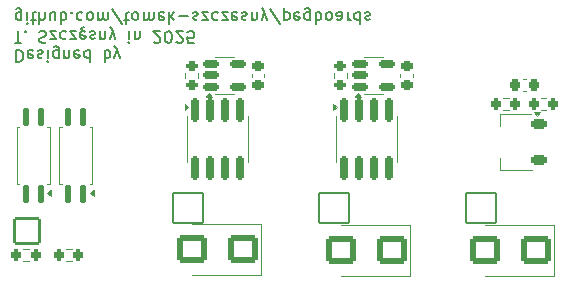
<source format=gbr>
%TF.GenerationSoftware,KiCad,Pcbnew,8.0.8*%
%TF.CreationDate,2025-03-09T17:27:28+01:00*%
%TF.ProjectId,02-dual-high-current-switch,30322d64-7561-46c2-9d68-6967682d6375,rev?*%
%TF.SameCoordinates,Original*%
%TF.FileFunction,Legend,Bot*%
%TF.FilePolarity,Positive*%
%FSLAX46Y46*%
G04 Gerber Fmt 4.6, Leading zero omitted, Abs format (unit mm)*
G04 Created by KiCad (PCBNEW 8.0.8) date 2025-03-09 17:27:28*
%MOMM*%
%LPD*%
G01*
G04 APERTURE LIST*
G04 Aperture macros list*
%AMRoundRect*
0 Rectangle with rounded corners*
0 $1 Rounding radius*
0 $2 $3 $4 $5 $6 $7 $8 $9 X,Y pos of 4 corners*
0 Add a 4 corners polygon primitive as box body*
4,1,4,$2,$3,$4,$5,$6,$7,$8,$9,$2,$3,0*
0 Add four circle primitives for the rounded corners*
1,1,$1+$1,$2,$3*
1,1,$1+$1,$4,$5*
1,1,$1+$1,$6,$7*
1,1,$1+$1,$8,$9*
0 Add four rect primitives between the rounded corners*
20,1,$1+$1,$2,$3,$4,$5,0*
20,1,$1+$1,$4,$5,$6,$7,0*
20,1,$1+$1,$6,$7,$8,$9,0*
20,1,$1+$1,$8,$9,$2,$3,0*%
%AMFreePoly0*
4,1,9,3.862500,-0.866500,0.737500,-0.866500,0.737500,-0.450000,-0.737500,-0.450000,-0.737500,0.450000,0.737500,0.450000,0.737500,0.866500,3.862500,0.866500,3.862500,-0.866500,3.862500,-0.866500,$1*%
G04 Aperture macros list end*
%ADD10C,0.200000*%
%ADD11C,0.120000*%
%ADD12RoundRect,0.102000X-1.275000X-1.275000X1.275000X-1.275000X1.275000X1.275000X-1.275000X1.275000X0*%
%ADD13C,2.754000*%
%ADD14RoundRect,0.102000X-1.050000X-1.050000X1.050000X-1.050000X1.050000X1.050000X-1.050000X1.050000X0*%
%ADD15C,2.304000*%
%ADD16C,5.600000*%
%ADD17RoundRect,0.200000X-0.200000X-0.275000X0.200000X-0.275000X0.200000X0.275000X-0.200000X0.275000X0*%
%ADD18RoundRect,0.250000X1.000000X0.900000X-1.000000X0.900000X-1.000000X-0.900000X1.000000X-0.900000X0*%
%ADD19RoundRect,0.200000X-0.275000X0.200000X-0.275000X-0.200000X0.275000X-0.200000X0.275000X0.200000X0*%
%ADD20RoundRect,0.137500X0.137500X-0.662500X0.137500X0.662500X-0.137500X0.662500X-0.137500X-0.662500X0*%
%ADD21RoundRect,0.150000X-0.150000X0.825000X-0.150000X-0.825000X0.150000X-0.825000X0.150000X0.825000X0*%
%ADD22RoundRect,0.150000X-0.512500X-0.150000X0.512500X-0.150000X0.512500X0.150000X-0.512500X0.150000X0*%
%ADD23RoundRect,0.225000X0.425000X0.225000X-0.425000X0.225000X-0.425000X-0.225000X0.425000X-0.225000X0*%
%ADD24FreePoly0,180.000000*%
%ADD25RoundRect,0.225000X0.225000X0.250000X-0.225000X0.250000X-0.225000X-0.250000X0.225000X-0.250000X0*%
%ADD26RoundRect,0.225000X0.250000X-0.225000X0.250000X0.225000X-0.250000X0.225000X-0.250000X-0.225000X0*%
G04 APERTURE END LIST*
D10*
X167469673Y-119352668D02*
X167469673Y-120352668D01*
X167469673Y-120352668D02*
X167707768Y-120352668D01*
X167707768Y-120352668D02*
X167850625Y-120305049D01*
X167850625Y-120305049D02*
X167945863Y-120209811D01*
X167945863Y-120209811D02*
X167993482Y-120114573D01*
X167993482Y-120114573D02*
X168041101Y-119924097D01*
X168041101Y-119924097D02*
X168041101Y-119781240D01*
X168041101Y-119781240D02*
X167993482Y-119590764D01*
X167993482Y-119590764D02*
X167945863Y-119495526D01*
X167945863Y-119495526D02*
X167850625Y-119400288D01*
X167850625Y-119400288D02*
X167707768Y-119352668D01*
X167707768Y-119352668D02*
X167469673Y-119352668D01*
X168850625Y-119400288D02*
X168755387Y-119352668D01*
X168755387Y-119352668D02*
X168564911Y-119352668D01*
X168564911Y-119352668D02*
X168469673Y-119400288D01*
X168469673Y-119400288D02*
X168422054Y-119495526D01*
X168422054Y-119495526D02*
X168422054Y-119876478D01*
X168422054Y-119876478D02*
X168469673Y-119971716D01*
X168469673Y-119971716D02*
X168564911Y-120019335D01*
X168564911Y-120019335D02*
X168755387Y-120019335D01*
X168755387Y-120019335D02*
X168850625Y-119971716D01*
X168850625Y-119971716D02*
X168898244Y-119876478D01*
X168898244Y-119876478D02*
X168898244Y-119781240D01*
X168898244Y-119781240D02*
X168422054Y-119686002D01*
X169279197Y-119400288D02*
X169374435Y-119352668D01*
X169374435Y-119352668D02*
X169564911Y-119352668D01*
X169564911Y-119352668D02*
X169660149Y-119400288D01*
X169660149Y-119400288D02*
X169707768Y-119495526D01*
X169707768Y-119495526D02*
X169707768Y-119543145D01*
X169707768Y-119543145D02*
X169660149Y-119638383D01*
X169660149Y-119638383D02*
X169564911Y-119686002D01*
X169564911Y-119686002D02*
X169422054Y-119686002D01*
X169422054Y-119686002D02*
X169326816Y-119733621D01*
X169326816Y-119733621D02*
X169279197Y-119828859D01*
X169279197Y-119828859D02*
X169279197Y-119876478D01*
X169279197Y-119876478D02*
X169326816Y-119971716D01*
X169326816Y-119971716D02*
X169422054Y-120019335D01*
X169422054Y-120019335D02*
X169564911Y-120019335D01*
X169564911Y-120019335D02*
X169660149Y-119971716D01*
X170136340Y-119352668D02*
X170136340Y-120019335D01*
X170136340Y-120352668D02*
X170088721Y-120305049D01*
X170088721Y-120305049D02*
X170136340Y-120257430D01*
X170136340Y-120257430D02*
X170183959Y-120305049D01*
X170183959Y-120305049D02*
X170136340Y-120352668D01*
X170136340Y-120352668D02*
X170136340Y-120257430D01*
X171041101Y-120019335D02*
X171041101Y-119209811D01*
X171041101Y-119209811D02*
X170993482Y-119114573D01*
X170993482Y-119114573D02*
X170945863Y-119066954D01*
X170945863Y-119066954D02*
X170850625Y-119019335D01*
X170850625Y-119019335D02*
X170707768Y-119019335D01*
X170707768Y-119019335D02*
X170612530Y-119066954D01*
X171041101Y-119400288D02*
X170945863Y-119352668D01*
X170945863Y-119352668D02*
X170755387Y-119352668D01*
X170755387Y-119352668D02*
X170660149Y-119400288D01*
X170660149Y-119400288D02*
X170612530Y-119447907D01*
X170612530Y-119447907D02*
X170564911Y-119543145D01*
X170564911Y-119543145D02*
X170564911Y-119828859D01*
X170564911Y-119828859D02*
X170612530Y-119924097D01*
X170612530Y-119924097D02*
X170660149Y-119971716D01*
X170660149Y-119971716D02*
X170755387Y-120019335D01*
X170755387Y-120019335D02*
X170945863Y-120019335D01*
X170945863Y-120019335D02*
X171041101Y-119971716D01*
X171517292Y-120019335D02*
X171517292Y-119352668D01*
X171517292Y-119924097D02*
X171564911Y-119971716D01*
X171564911Y-119971716D02*
X171660149Y-120019335D01*
X171660149Y-120019335D02*
X171803006Y-120019335D01*
X171803006Y-120019335D02*
X171898244Y-119971716D01*
X171898244Y-119971716D02*
X171945863Y-119876478D01*
X171945863Y-119876478D02*
X171945863Y-119352668D01*
X172803006Y-119400288D02*
X172707768Y-119352668D01*
X172707768Y-119352668D02*
X172517292Y-119352668D01*
X172517292Y-119352668D02*
X172422054Y-119400288D01*
X172422054Y-119400288D02*
X172374435Y-119495526D01*
X172374435Y-119495526D02*
X172374435Y-119876478D01*
X172374435Y-119876478D02*
X172422054Y-119971716D01*
X172422054Y-119971716D02*
X172517292Y-120019335D01*
X172517292Y-120019335D02*
X172707768Y-120019335D01*
X172707768Y-120019335D02*
X172803006Y-119971716D01*
X172803006Y-119971716D02*
X172850625Y-119876478D01*
X172850625Y-119876478D02*
X172850625Y-119781240D01*
X172850625Y-119781240D02*
X172374435Y-119686002D01*
X173707768Y-119352668D02*
X173707768Y-120352668D01*
X173707768Y-119400288D02*
X173612530Y-119352668D01*
X173612530Y-119352668D02*
X173422054Y-119352668D01*
X173422054Y-119352668D02*
X173326816Y-119400288D01*
X173326816Y-119400288D02*
X173279197Y-119447907D01*
X173279197Y-119447907D02*
X173231578Y-119543145D01*
X173231578Y-119543145D02*
X173231578Y-119828859D01*
X173231578Y-119828859D02*
X173279197Y-119924097D01*
X173279197Y-119924097D02*
X173326816Y-119971716D01*
X173326816Y-119971716D02*
X173422054Y-120019335D01*
X173422054Y-120019335D02*
X173612530Y-120019335D01*
X173612530Y-120019335D02*
X173707768Y-119971716D01*
X174945864Y-119352668D02*
X174945864Y-120352668D01*
X174945864Y-119971716D02*
X175041102Y-120019335D01*
X175041102Y-120019335D02*
X175231578Y-120019335D01*
X175231578Y-120019335D02*
X175326816Y-119971716D01*
X175326816Y-119971716D02*
X175374435Y-119924097D01*
X175374435Y-119924097D02*
X175422054Y-119828859D01*
X175422054Y-119828859D02*
X175422054Y-119543145D01*
X175422054Y-119543145D02*
X175374435Y-119447907D01*
X175374435Y-119447907D02*
X175326816Y-119400288D01*
X175326816Y-119400288D02*
X175231578Y-119352668D01*
X175231578Y-119352668D02*
X175041102Y-119352668D01*
X175041102Y-119352668D02*
X174945864Y-119400288D01*
X175755388Y-120019335D02*
X175993483Y-119352668D01*
X176231578Y-120019335D02*
X175993483Y-119352668D01*
X175993483Y-119352668D02*
X175898245Y-119114573D01*
X175898245Y-119114573D02*
X175850626Y-119066954D01*
X175850626Y-119066954D02*
X175755388Y-119019335D01*
X167326816Y-118742724D02*
X167898244Y-118742724D01*
X167612530Y-117742724D02*
X167612530Y-118742724D01*
X168231578Y-117837963D02*
X168279197Y-117790344D01*
X168279197Y-117790344D02*
X168231578Y-117742724D01*
X168231578Y-117742724D02*
X168183959Y-117790344D01*
X168183959Y-117790344D02*
X168231578Y-117837963D01*
X168231578Y-117837963D02*
X168231578Y-117742724D01*
X169422054Y-117790344D02*
X169564911Y-117742724D01*
X169564911Y-117742724D02*
X169803006Y-117742724D01*
X169803006Y-117742724D02*
X169898244Y-117790344D01*
X169898244Y-117790344D02*
X169945863Y-117837963D01*
X169945863Y-117837963D02*
X169993482Y-117933201D01*
X169993482Y-117933201D02*
X169993482Y-118028439D01*
X169993482Y-118028439D02*
X169945863Y-118123677D01*
X169945863Y-118123677D02*
X169898244Y-118171296D01*
X169898244Y-118171296D02*
X169803006Y-118218915D01*
X169803006Y-118218915D02*
X169612530Y-118266534D01*
X169612530Y-118266534D02*
X169517292Y-118314153D01*
X169517292Y-118314153D02*
X169469673Y-118361772D01*
X169469673Y-118361772D02*
X169422054Y-118457010D01*
X169422054Y-118457010D02*
X169422054Y-118552248D01*
X169422054Y-118552248D02*
X169469673Y-118647486D01*
X169469673Y-118647486D02*
X169517292Y-118695105D01*
X169517292Y-118695105D02*
X169612530Y-118742724D01*
X169612530Y-118742724D02*
X169850625Y-118742724D01*
X169850625Y-118742724D02*
X169993482Y-118695105D01*
X170326816Y-118409391D02*
X170850625Y-118409391D01*
X170850625Y-118409391D02*
X170326816Y-117742724D01*
X170326816Y-117742724D02*
X170850625Y-117742724D01*
X171660149Y-117790344D02*
X171564911Y-117742724D01*
X171564911Y-117742724D02*
X171374435Y-117742724D01*
X171374435Y-117742724D02*
X171279197Y-117790344D01*
X171279197Y-117790344D02*
X171231578Y-117837963D01*
X171231578Y-117837963D02*
X171183959Y-117933201D01*
X171183959Y-117933201D02*
X171183959Y-118218915D01*
X171183959Y-118218915D02*
X171231578Y-118314153D01*
X171231578Y-118314153D02*
X171279197Y-118361772D01*
X171279197Y-118361772D02*
X171374435Y-118409391D01*
X171374435Y-118409391D02*
X171564911Y-118409391D01*
X171564911Y-118409391D02*
X171660149Y-118361772D01*
X171993483Y-118409391D02*
X172517292Y-118409391D01*
X172517292Y-118409391D02*
X171993483Y-117742724D01*
X171993483Y-117742724D02*
X172517292Y-117742724D01*
X173279197Y-117790344D02*
X173183959Y-117742724D01*
X173183959Y-117742724D02*
X172993483Y-117742724D01*
X172993483Y-117742724D02*
X172898245Y-117790344D01*
X172898245Y-117790344D02*
X172850626Y-117885582D01*
X172850626Y-117885582D02*
X172850626Y-118266534D01*
X172850626Y-118266534D02*
X172898245Y-118361772D01*
X172898245Y-118361772D02*
X172993483Y-118409391D01*
X172993483Y-118409391D02*
X173183959Y-118409391D01*
X173183959Y-118409391D02*
X173279197Y-118361772D01*
X173279197Y-118361772D02*
X173326816Y-118266534D01*
X173326816Y-118266534D02*
X173326816Y-118171296D01*
X173326816Y-118171296D02*
X172850626Y-118076058D01*
X173088721Y-117742724D02*
X172993483Y-117647486D01*
X172993483Y-117647486D02*
X172945864Y-117552248D01*
X172945864Y-117552248D02*
X172993483Y-117457010D01*
X172993483Y-117457010D02*
X173088721Y-117409391D01*
X173088721Y-117409391D02*
X173183959Y-117409391D01*
X173707769Y-117790344D02*
X173803007Y-117742724D01*
X173803007Y-117742724D02*
X173993483Y-117742724D01*
X173993483Y-117742724D02*
X174088721Y-117790344D01*
X174088721Y-117790344D02*
X174136340Y-117885582D01*
X174136340Y-117885582D02*
X174136340Y-117933201D01*
X174136340Y-117933201D02*
X174088721Y-118028439D01*
X174088721Y-118028439D02*
X173993483Y-118076058D01*
X173993483Y-118076058D02*
X173850626Y-118076058D01*
X173850626Y-118076058D02*
X173755388Y-118123677D01*
X173755388Y-118123677D02*
X173707769Y-118218915D01*
X173707769Y-118218915D02*
X173707769Y-118266534D01*
X173707769Y-118266534D02*
X173755388Y-118361772D01*
X173755388Y-118361772D02*
X173850626Y-118409391D01*
X173850626Y-118409391D02*
X173993483Y-118409391D01*
X173993483Y-118409391D02*
X174088721Y-118361772D01*
X174564912Y-118409391D02*
X174564912Y-117742724D01*
X174564912Y-118314153D02*
X174612531Y-118361772D01*
X174612531Y-118361772D02*
X174707769Y-118409391D01*
X174707769Y-118409391D02*
X174850626Y-118409391D01*
X174850626Y-118409391D02*
X174945864Y-118361772D01*
X174945864Y-118361772D02*
X174993483Y-118266534D01*
X174993483Y-118266534D02*
X174993483Y-117742724D01*
X175374436Y-118409391D02*
X175612531Y-117742724D01*
X175850626Y-118409391D02*
X175612531Y-117742724D01*
X175612531Y-117742724D02*
X175517293Y-117504629D01*
X175517293Y-117504629D02*
X175469674Y-117457010D01*
X175469674Y-117457010D02*
X175374436Y-117409391D01*
X176993484Y-117742724D02*
X176993484Y-118409391D01*
X176993484Y-118742724D02*
X176945865Y-118695105D01*
X176945865Y-118695105D02*
X176993484Y-118647486D01*
X176993484Y-118647486D02*
X177041103Y-118695105D01*
X177041103Y-118695105D02*
X176993484Y-118742724D01*
X176993484Y-118742724D02*
X176993484Y-118647486D01*
X177469674Y-118409391D02*
X177469674Y-117742724D01*
X177469674Y-118314153D02*
X177517293Y-118361772D01*
X177517293Y-118361772D02*
X177612531Y-118409391D01*
X177612531Y-118409391D02*
X177755388Y-118409391D01*
X177755388Y-118409391D02*
X177850626Y-118361772D01*
X177850626Y-118361772D02*
X177898245Y-118266534D01*
X177898245Y-118266534D02*
X177898245Y-117742724D01*
X179088722Y-118647486D02*
X179136341Y-118695105D01*
X179136341Y-118695105D02*
X179231579Y-118742724D01*
X179231579Y-118742724D02*
X179469674Y-118742724D01*
X179469674Y-118742724D02*
X179564912Y-118695105D01*
X179564912Y-118695105D02*
X179612531Y-118647486D01*
X179612531Y-118647486D02*
X179660150Y-118552248D01*
X179660150Y-118552248D02*
X179660150Y-118457010D01*
X179660150Y-118457010D02*
X179612531Y-118314153D01*
X179612531Y-118314153D02*
X179041103Y-117742724D01*
X179041103Y-117742724D02*
X179660150Y-117742724D01*
X180279198Y-118742724D02*
X180374436Y-118742724D01*
X180374436Y-118742724D02*
X180469674Y-118695105D01*
X180469674Y-118695105D02*
X180517293Y-118647486D01*
X180517293Y-118647486D02*
X180564912Y-118552248D01*
X180564912Y-118552248D02*
X180612531Y-118361772D01*
X180612531Y-118361772D02*
X180612531Y-118123677D01*
X180612531Y-118123677D02*
X180564912Y-117933201D01*
X180564912Y-117933201D02*
X180517293Y-117837963D01*
X180517293Y-117837963D02*
X180469674Y-117790344D01*
X180469674Y-117790344D02*
X180374436Y-117742724D01*
X180374436Y-117742724D02*
X180279198Y-117742724D01*
X180279198Y-117742724D02*
X180183960Y-117790344D01*
X180183960Y-117790344D02*
X180136341Y-117837963D01*
X180136341Y-117837963D02*
X180088722Y-117933201D01*
X180088722Y-117933201D02*
X180041103Y-118123677D01*
X180041103Y-118123677D02*
X180041103Y-118361772D01*
X180041103Y-118361772D02*
X180088722Y-118552248D01*
X180088722Y-118552248D02*
X180136341Y-118647486D01*
X180136341Y-118647486D02*
X180183960Y-118695105D01*
X180183960Y-118695105D02*
X180279198Y-118742724D01*
X180993484Y-118647486D02*
X181041103Y-118695105D01*
X181041103Y-118695105D02*
X181136341Y-118742724D01*
X181136341Y-118742724D02*
X181374436Y-118742724D01*
X181374436Y-118742724D02*
X181469674Y-118695105D01*
X181469674Y-118695105D02*
X181517293Y-118647486D01*
X181517293Y-118647486D02*
X181564912Y-118552248D01*
X181564912Y-118552248D02*
X181564912Y-118457010D01*
X181564912Y-118457010D02*
X181517293Y-118314153D01*
X181517293Y-118314153D02*
X180945865Y-117742724D01*
X180945865Y-117742724D02*
X181564912Y-117742724D01*
X182469674Y-118742724D02*
X181993484Y-118742724D01*
X181993484Y-118742724D02*
X181945865Y-118266534D01*
X181945865Y-118266534D02*
X181993484Y-118314153D01*
X181993484Y-118314153D02*
X182088722Y-118361772D01*
X182088722Y-118361772D02*
X182326817Y-118361772D01*
X182326817Y-118361772D02*
X182422055Y-118314153D01*
X182422055Y-118314153D02*
X182469674Y-118266534D01*
X182469674Y-118266534D02*
X182517293Y-118171296D01*
X182517293Y-118171296D02*
X182517293Y-117933201D01*
X182517293Y-117933201D02*
X182469674Y-117837963D01*
X182469674Y-117837963D02*
X182422055Y-117790344D01*
X182422055Y-117790344D02*
X182326817Y-117742724D01*
X182326817Y-117742724D02*
X182088722Y-117742724D01*
X182088722Y-117742724D02*
X181993484Y-117790344D01*
X181993484Y-117790344D02*
X181945865Y-117837963D01*
X167898244Y-116799447D02*
X167898244Y-115989923D01*
X167898244Y-115989923D02*
X167850625Y-115894685D01*
X167850625Y-115894685D02*
X167803006Y-115847066D01*
X167803006Y-115847066D02*
X167707768Y-115799447D01*
X167707768Y-115799447D02*
X167564911Y-115799447D01*
X167564911Y-115799447D02*
X167469673Y-115847066D01*
X167898244Y-116180400D02*
X167803006Y-116132780D01*
X167803006Y-116132780D02*
X167612530Y-116132780D01*
X167612530Y-116132780D02*
X167517292Y-116180400D01*
X167517292Y-116180400D02*
X167469673Y-116228019D01*
X167469673Y-116228019D02*
X167422054Y-116323257D01*
X167422054Y-116323257D02*
X167422054Y-116608971D01*
X167422054Y-116608971D02*
X167469673Y-116704209D01*
X167469673Y-116704209D02*
X167517292Y-116751828D01*
X167517292Y-116751828D02*
X167612530Y-116799447D01*
X167612530Y-116799447D02*
X167803006Y-116799447D01*
X167803006Y-116799447D02*
X167898244Y-116751828D01*
X168374435Y-116132780D02*
X168374435Y-116799447D01*
X168374435Y-117132780D02*
X168326816Y-117085161D01*
X168326816Y-117085161D02*
X168374435Y-117037542D01*
X168374435Y-117037542D02*
X168422054Y-117085161D01*
X168422054Y-117085161D02*
X168374435Y-117132780D01*
X168374435Y-117132780D02*
X168374435Y-117037542D01*
X168707768Y-116799447D02*
X169088720Y-116799447D01*
X168850625Y-117132780D02*
X168850625Y-116275638D01*
X168850625Y-116275638D02*
X168898244Y-116180400D01*
X168898244Y-116180400D02*
X168993482Y-116132780D01*
X168993482Y-116132780D02*
X169088720Y-116132780D01*
X169422054Y-116132780D02*
X169422054Y-117132780D01*
X169850625Y-116132780D02*
X169850625Y-116656590D01*
X169850625Y-116656590D02*
X169803006Y-116751828D01*
X169803006Y-116751828D02*
X169707768Y-116799447D01*
X169707768Y-116799447D02*
X169564911Y-116799447D01*
X169564911Y-116799447D02*
X169469673Y-116751828D01*
X169469673Y-116751828D02*
X169422054Y-116704209D01*
X170755387Y-116799447D02*
X170755387Y-116132780D01*
X170326816Y-116799447D02*
X170326816Y-116275638D01*
X170326816Y-116275638D02*
X170374435Y-116180400D01*
X170374435Y-116180400D02*
X170469673Y-116132780D01*
X170469673Y-116132780D02*
X170612530Y-116132780D01*
X170612530Y-116132780D02*
X170707768Y-116180400D01*
X170707768Y-116180400D02*
X170755387Y-116228019D01*
X171231578Y-116132780D02*
X171231578Y-117132780D01*
X171231578Y-116751828D02*
X171326816Y-116799447D01*
X171326816Y-116799447D02*
X171517292Y-116799447D01*
X171517292Y-116799447D02*
X171612530Y-116751828D01*
X171612530Y-116751828D02*
X171660149Y-116704209D01*
X171660149Y-116704209D02*
X171707768Y-116608971D01*
X171707768Y-116608971D02*
X171707768Y-116323257D01*
X171707768Y-116323257D02*
X171660149Y-116228019D01*
X171660149Y-116228019D02*
X171612530Y-116180400D01*
X171612530Y-116180400D02*
X171517292Y-116132780D01*
X171517292Y-116132780D02*
X171326816Y-116132780D01*
X171326816Y-116132780D02*
X171231578Y-116180400D01*
X172136340Y-116228019D02*
X172183959Y-116180400D01*
X172183959Y-116180400D02*
X172136340Y-116132780D01*
X172136340Y-116132780D02*
X172088721Y-116180400D01*
X172088721Y-116180400D02*
X172136340Y-116228019D01*
X172136340Y-116228019D02*
X172136340Y-116132780D01*
X173041101Y-116180400D02*
X172945863Y-116132780D01*
X172945863Y-116132780D02*
X172755387Y-116132780D01*
X172755387Y-116132780D02*
X172660149Y-116180400D01*
X172660149Y-116180400D02*
X172612530Y-116228019D01*
X172612530Y-116228019D02*
X172564911Y-116323257D01*
X172564911Y-116323257D02*
X172564911Y-116608971D01*
X172564911Y-116608971D02*
X172612530Y-116704209D01*
X172612530Y-116704209D02*
X172660149Y-116751828D01*
X172660149Y-116751828D02*
X172755387Y-116799447D01*
X172755387Y-116799447D02*
X172945863Y-116799447D01*
X172945863Y-116799447D02*
X173041101Y-116751828D01*
X173612530Y-116132780D02*
X173517292Y-116180400D01*
X173517292Y-116180400D02*
X173469673Y-116228019D01*
X173469673Y-116228019D02*
X173422054Y-116323257D01*
X173422054Y-116323257D02*
X173422054Y-116608971D01*
X173422054Y-116608971D02*
X173469673Y-116704209D01*
X173469673Y-116704209D02*
X173517292Y-116751828D01*
X173517292Y-116751828D02*
X173612530Y-116799447D01*
X173612530Y-116799447D02*
X173755387Y-116799447D01*
X173755387Y-116799447D02*
X173850625Y-116751828D01*
X173850625Y-116751828D02*
X173898244Y-116704209D01*
X173898244Y-116704209D02*
X173945863Y-116608971D01*
X173945863Y-116608971D02*
X173945863Y-116323257D01*
X173945863Y-116323257D02*
X173898244Y-116228019D01*
X173898244Y-116228019D02*
X173850625Y-116180400D01*
X173850625Y-116180400D02*
X173755387Y-116132780D01*
X173755387Y-116132780D02*
X173612530Y-116132780D01*
X174374435Y-116132780D02*
X174374435Y-116799447D01*
X174374435Y-116704209D02*
X174422054Y-116751828D01*
X174422054Y-116751828D02*
X174517292Y-116799447D01*
X174517292Y-116799447D02*
X174660149Y-116799447D01*
X174660149Y-116799447D02*
X174755387Y-116751828D01*
X174755387Y-116751828D02*
X174803006Y-116656590D01*
X174803006Y-116656590D02*
X174803006Y-116132780D01*
X174803006Y-116656590D02*
X174850625Y-116751828D01*
X174850625Y-116751828D02*
X174945863Y-116799447D01*
X174945863Y-116799447D02*
X175088720Y-116799447D01*
X175088720Y-116799447D02*
X175183959Y-116751828D01*
X175183959Y-116751828D02*
X175231578Y-116656590D01*
X175231578Y-116656590D02*
X175231578Y-116132780D01*
X176422053Y-117180400D02*
X175564911Y-115894685D01*
X176612530Y-116799447D02*
X176993482Y-116799447D01*
X176755387Y-117132780D02*
X176755387Y-116275638D01*
X176755387Y-116275638D02*
X176803006Y-116180400D01*
X176803006Y-116180400D02*
X176898244Y-116132780D01*
X176898244Y-116132780D02*
X176993482Y-116132780D01*
X177469673Y-116132780D02*
X177374435Y-116180400D01*
X177374435Y-116180400D02*
X177326816Y-116228019D01*
X177326816Y-116228019D02*
X177279197Y-116323257D01*
X177279197Y-116323257D02*
X177279197Y-116608971D01*
X177279197Y-116608971D02*
X177326816Y-116704209D01*
X177326816Y-116704209D02*
X177374435Y-116751828D01*
X177374435Y-116751828D02*
X177469673Y-116799447D01*
X177469673Y-116799447D02*
X177612530Y-116799447D01*
X177612530Y-116799447D02*
X177707768Y-116751828D01*
X177707768Y-116751828D02*
X177755387Y-116704209D01*
X177755387Y-116704209D02*
X177803006Y-116608971D01*
X177803006Y-116608971D02*
X177803006Y-116323257D01*
X177803006Y-116323257D02*
X177755387Y-116228019D01*
X177755387Y-116228019D02*
X177707768Y-116180400D01*
X177707768Y-116180400D02*
X177612530Y-116132780D01*
X177612530Y-116132780D02*
X177469673Y-116132780D01*
X178231578Y-116132780D02*
X178231578Y-116799447D01*
X178231578Y-116704209D02*
X178279197Y-116751828D01*
X178279197Y-116751828D02*
X178374435Y-116799447D01*
X178374435Y-116799447D02*
X178517292Y-116799447D01*
X178517292Y-116799447D02*
X178612530Y-116751828D01*
X178612530Y-116751828D02*
X178660149Y-116656590D01*
X178660149Y-116656590D02*
X178660149Y-116132780D01*
X178660149Y-116656590D02*
X178707768Y-116751828D01*
X178707768Y-116751828D02*
X178803006Y-116799447D01*
X178803006Y-116799447D02*
X178945863Y-116799447D01*
X178945863Y-116799447D02*
X179041102Y-116751828D01*
X179041102Y-116751828D02*
X179088721Y-116656590D01*
X179088721Y-116656590D02*
X179088721Y-116132780D01*
X179945863Y-116180400D02*
X179850625Y-116132780D01*
X179850625Y-116132780D02*
X179660149Y-116132780D01*
X179660149Y-116132780D02*
X179564911Y-116180400D01*
X179564911Y-116180400D02*
X179517292Y-116275638D01*
X179517292Y-116275638D02*
X179517292Y-116656590D01*
X179517292Y-116656590D02*
X179564911Y-116751828D01*
X179564911Y-116751828D02*
X179660149Y-116799447D01*
X179660149Y-116799447D02*
X179850625Y-116799447D01*
X179850625Y-116799447D02*
X179945863Y-116751828D01*
X179945863Y-116751828D02*
X179993482Y-116656590D01*
X179993482Y-116656590D02*
X179993482Y-116561352D01*
X179993482Y-116561352D02*
X179517292Y-116466114D01*
X180422054Y-116132780D02*
X180422054Y-117132780D01*
X180517292Y-116513733D02*
X180803006Y-116132780D01*
X180803006Y-116799447D02*
X180422054Y-116418495D01*
X181231578Y-116513733D02*
X181993483Y-116513733D01*
X182422054Y-116180400D02*
X182517292Y-116132780D01*
X182517292Y-116132780D02*
X182707768Y-116132780D01*
X182707768Y-116132780D02*
X182803006Y-116180400D01*
X182803006Y-116180400D02*
X182850625Y-116275638D01*
X182850625Y-116275638D02*
X182850625Y-116323257D01*
X182850625Y-116323257D02*
X182803006Y-116418495D01*
X182803006Y-116418495D02*
X182707768Y-116466114D01*
X182707768Y-116466114D02*
X182564911Y-116466114D01*
X182564911Y-116466114D02*
X182469673Y-116513733D01*
X182469673Y-116513733D02*
X182422054Y-116608971D01*
X182422054Y-116608971D02*
X182422054Y-116656590D01*
X182422054Y-116656590D02*
X182469673Y-116751828D01*
X182469673Y-116751828D02*
X182564911Y-116799447D01*
X182564911Y-116799447D02*
X182707768Y-116799447D01*
X182707768Y-116799447D02*
X182803006Y-116751828D01*
X183183959Y-116799447D02*
X183707768Y-116799447D01*
X183707768Y-116799447D02*
X183183959Y-116132780D01*
X183183959Y-116132780D02*
X183707768Y-116132780D01*
X184517292Y-116180400D02*
X184422054Y-116132780D01*
X184422054Y-116132780D02*
X184231578Y-116132780D01*
X184231578Y-116132780D02*
X184136340Y-116180400D01*
X184136340Y-116180400D02*
X184088721Y-116228019D01*
X184088721Y-116228019D02*
X184041102Y-116323257D01*
X184041102Y-116323257D02*
X184041102Y-116608971D01*
X184041102Y-116608971D02*
X184088721Y-116704209D01*
X184088721Y-116704209D02*
X184136340Y-116751828D01*
X184136340Y-116751828D02*
X184231578Y-116799447D01*
X184231578Y-116799447D02*
X184422054Y-116799447D01*
X184422054Y-116799447D02*
X184517292Y-116751828D01*
X184850626Y-116799447D02*
X185374435Y-116799447D01*
X185374435Y-116799447D02*
X184850626Y-116132780D01*
X184850626Y-116132780D02*
X185374435Y-116132780D01*
X186136340Y-116180400D02*
X186041102Y-116132780D01*
X186041102Y-116132780D02*
X185850626Y-116132780D01*
X185850626Y-116132780D02*
X185755388Y-116180400D01*
X185755388Y-116180400D02*
X185707769Y-116275638D01*
X185707769Y-116275638D02*
X185707769Y-116656590D01*
X185707769Y-116656590D02*
X185755388Y-116751828D01*
X185755388Y-116751828D02*
X185850626Y-116799447D01*
X185850626Y-116799447D02*
X186041102Y-116799447D01*
X186041102Y-116799447D02*
X186136340Y-116751828D01*
X186136340Y-116751828D02*
X186183959Y-116656590D01*
X186183959Y-116656590D02*
X186183959Y-116561352D01*
X186183959Y-116561352D02*
X185707769Y-116466114D01*
X186564912Y-116180400D02*
X186660150Y-116132780D01*
X186660150Y-116132780D02*
X186850626Y-116132780D01*
X186850626Y-116132780D02*
X186945864Y-116180400D01*
X186945864Y-116180400D02*
X186993483Y-116275638D01*
X186993483Y-116275638D02*
X186993483Y-116323257D01*
X186993483Y-116323257D02*
X186945864Y-116418495D01*
X186945864Y-116418495D02*
X186850626Y-116466114D01*
X186850626Y-116466114D02*
X186707769Y-116466114D01*
X186707769Y-116466114D02*
X186612531Y-116513733D01*
X186612531Y-116513733D02*
X186564912Y-116608971D01*
X186564912Y-116608971D02*
X186564912Y-116656590D01*
X186564912Y-116656590D02*
X186612531Y-116751828D01*
X186612531Y-116751828D02*
X186707769Y-116799447D01*
X186707769Y-116799447D02*
X186850626Y-116799447D01*
X186850626Y-116799447D02*
X186945864Y-116751828D01*
X187422055Y-116799447D02*
X187422055Y-116132780D01*
X187422055Y-116704209D02*
X187469674Y-116751828D01*
X187469674Y-116751828D02*
X187564912Y-116799447D01*
X187564912Y-116799447D02*
X187707769Y-116799447D01*
X187707769Y-116799447D02*
X187803007Y-116751828D01*
X187803007Y-116751828D02*
X187850626Y-116656590D01*
X187850626Y-116656590D02*
X187850626Y-116132780D01*
X188231579Y-116799447D02*
X188469674Y-116132780D01*
X188707769Y-116799447D02*
X188469674Y-116132780D01*
X188469674Y-116132780D02*
X188374436Y-115894685D01*
X188374436Y-115894685D02*
X188326817Y-115847066D01*
X188326817Y-115847066D02*
X188231579Y-115799447D01*
X189803007Y-117180400D02*
X188945865Y-115894685D01*
X190136341Y-116799447D02*
X190136341Y-115799447D01*
X190136341Y-116751828D02*
X190231579Y-116799447D01*
X190231579Y-116799447D02*
X190422055Y-116799447D01*
X190422055Y-116799447D02*
X190517293Y-116751828D01*
X190517293Y-116751828D02*
X190564912Y-116704209D01*
X190564912Y-116704209D02*
X190612531Y-116608971D01*
X190612531Y-116608971D02*
X190612531Y-116323257D01*
X190612531Y-116323257D02*
X190564912Y-116228019D01*
X190564912Y-116228019D02*
X190517293Y-116180400D01*
X190517293Y-116180400D02*
X190422055Y-116132780D01*
X190422055Y-116132780D02*
X190231579Y-116132780D01*
X190231579Y-116132780D02*
X190136341Y-116180400D01*
X191422055Y-116180400D02*
X191326817Y-116132780D01*
X191326817Y-116132780D02*
X191136341Y-116132780D01*
X191136341Y-116132780D02*
X191041103Y-116180400D01*
X191041103Y-116180400D02*
X190993484Y-116275638D01*
X190993484Y-116275638D02*
X190993484Y-116656590D01*
X190993484Y-116656590D02*
X191041103Y-116751828D01*
X191041103Y-116751828D02*
X191136341Y-116799447D01*
X191136341Y-116799447D02*
X191326817Y-116799447D01*
X191326817Y-116799447D02*
X191422055Y-116751828D01*
X191422055Y-116751828D02*
X191469674Y-116656590D01*
X191469674Y-116656590D02*
X191469674Y-116561352D01*
X191469674Y-116561352D02*
X190993484Y-116466114D01*
X192326817Y-116799447D02*
X192326817Y-115989923D01*
X192326817Y-115989923D02*
X192279198Y-115894685D01*
X192279198Y-115894685D02*
X192231579Y-115847066D01*
X192231579Y-115847066D02*
X192136341Y-115799447D01*
X192136341Y-115799447D02*
X191993484Y-115799447D01*
X191993484Y-115799447D02*
X191898246Y-115847066D01*
X192326817Y-116180400D02*
X192231579Y-116132780D01*
X192231579Y-116132780D02*
X192041103Y-116132780D01*
X192041103Y-116132780D02*
X191945865Y-116180400D01*
X191945865Y-116180400D02*
X191898246Y-116228019D01*
X191898246Y-116228019D02*
X191850627Y-116323257D01*
X191850627Y-116323257D02*
X191850627Y-116608971D01*
X191850627Y-116608971D02*
X191898246Y-116704209D01*
X191898246Y-116704209D02*
X191945865Y-116751828D01*
X191945865Y-116751828D02*
X192041103Y-116799447D01*
X192041103Y-116799447D02*
X192231579Y-116799447D01*
X192231579Y-116799447D02*
X192326817Y-116751828D01*
X192803008Y-116132780D02*
X192803008Y-117132780D01*
X192803008Y-116751828D02*
X192898246Y-116799447D01*
X192898246Y-116799447D02*
X193088722Y-116799447D01*
X193088722Y-116799447D02*
X193183960Y-116751828D01*
X193183960Y-116751828D02*
X193231579Y-116704209D01*
X193231579Y-116704209D02*
X193279198Y-116608971D01*
X193279198Y-116608971D02*
X193279198Y-116323257D01*
X193279198Y-116323257D02*
X193231579Y-116228019D01*
X193231579Y-116228019D02*
X193183960Y-116180400D01*
X193183960Y-116180400D02*
X193088722Y-116132780D01*
X193088722Y-116132780D02*
X192898246Y-116132780D01*
X192898246Y-116132780D02*
X192803008Y-116180400D01*
X193850627Y-116132780D02*
X193755389Y-116180400D01*
X193755389Y-116180400D02*
X193707770Y-116228019D01*
X193707770Y-116228019D02*
X193660151Y-116323257D01*
X193660151Y-116323257D02*
X193660151Y-116608971D01*
X193660151Y-116608971D02*
X193707770Y-116704209D01*
X193707770Y-116704209D02*
X193755389Y-116751828D01*
X193755389Y-116751828D02*
X193850627Y-116799447D01*
X193850627Y-116799447D02*
X193993484Y-116799447D01*
X193993484Y-116799447D02*
X194088722Y-116751828D01*
X194088722Y-116751828D02*
X194136341Y-116704209D01*
X194136341Y-116704209D02*
X194183960Y-116608971D01*
X194183960Y-116608971D02*
X194183960Y-116323257D01*
X194183960Y-116323257D02*
X194136341Y-116228019D01*
X194136341Y-116228019D02*
X194088722Y-116180400D01*
X194088722Y-116180400D02*
X193993484Y-116132780D01*
X193993484Y-116132780D02*
X193850627Y-116132780D01*
X195041103Y-116132780D02*
X195041103Y-116656590D01*
X195041103Y-116656590D02*
X194993484Y-116751828D01*
X194993484Y-116751828D02*
X194898246Y-116799447D01*
X194898246Y-116799447D02*
X194707770Y-116799447D01*
X194707770Y-116799447D02*
X194612532Y-116751828D01*
X195041103Y-116180400D02*
X194945865Y-116132780D01*
X194945865Y-116132780D02*
X194707770Y-116132780D01*
X194707770Y-116132780D02*
X194612532Y-116180400D01*
X194612532Y-116180400D02*
X194564913Y-116275638D01*
X194564913Y-116275638D02*
X194564913Y-116370876D01*
X194564913Y-116370876D02*
X194612532Y-116466114D01*
X194612532Y-116466114D02*
X194707770Y-116513733D01*
X194707770Y-116513733D02*
X194945865Y-116513733D01*
X194945865Y-116513733D02*
X195041103Y-116561352D01*
X195517294Y-116132780D02*
X195517294Y-116799447D01*
X195517294Y-116608971D02*
X195564913Y-116704209D01*
X195564913Y-116704209D02*
X195612532Y-116751828D01*
X195612532Y-116751828D02*
X195707770Y-116799447D01*
X195707770Y-116799447D02*
X195803008Y-116799447D01*
X196564913Y-116132780D02*
X196564913Y-117132780D01*
X196564913Y-116180400D02*
X196469675Y-116132780D01*
X196469675Y-116132780D02*
X196279199Y-116132780D01*
X196279199Y-116132780D02*
X196183961Y-116180400D01*
X196183961Y-116180400D02*
X196136342Y-116228019D01*
X196136342Y-116228019D02*
X196088723Y-116323257D01*
X196088723Y-116323257D02*
X196088723Y-116608971D01*
X196088723Y-116608971D02*
X196136342Y-116704209D01*
X196136342Y-116704209D02*
X196183961Y-116751828D01*
X196183961Y-116751828D02*
X196279199Y-116799447D01*
X196279199Y-116799447D02*
X196469675Y-116799447D01*
X196469675Y-116799447D02*
X196564913Y-116751828D01*
X196993485Y-116180400D02*
X197088723Y-116132780D01*
X197088723Y-116132780D02*
X197279199Y-116132780D01*
X197279199Y-116132780D02*
X197374437Y-116180400D01*
X197374437Y-116180400D02*
X197422056Y-116275638D01*
X197422056Y-116275638D02*
X197422056Y-116323257D01*
X197422056Y-116323257D02*
X197374437Y-116418495D01*
X197374437Y-116418495D02*
X197279199Y-116466114D01*
X197279199Y-116466114D02*
X197136342Y-116466114D01*
X197136342Y-116466114D02*
X197041104Y-116513733D01*
X197041104Y-116513733D02*
X196993485Y-116608971D01*
X196993485Y-116608971D02*
X196993485Y-116656590D01*
X196993485Y-116656590D02*
X197041104Y-116751828D01*
X197041104Y-116751828D02*
X197136342Y-116799447D01*
X197136342Y-116799447D02*
X197279199Y-116799447D01*
X197279199Y-116799447D02*
X197374437Y-116751828D01*
D11*
%TO.C,R6*%
X209137258Y-123377500D02*
X208662742Y-123377500D01*
X209137258Y-124422500D02*
X208662742Y-124422500D01*
%TO.C,D3*%
X194950000Y-134150000D02*
X200760000Y-134150000D01*
X194950000Y-138450000D02*
X200760000Y-138450000D01*
X200760000Y-138450000D02*
X200760000Y-134150000D01*
%TO.C,R4*%
X194377500Y-121737258D02*
X194377500Y-121262742D01*
X195422500Y-121737258D02*
X195422500Y-121262742D01*
%TO.C,U1*%
X167490000Y-125915000D02*
X167489999Y-128300000D01*
X167490000Y-130685000D02*
X167489999Y-128300000D01*
X167730000Y-125915000D02*
X167490000Y-125915000D01*
X167730000Y-130685000D02*
X167490000Y-130685000D01*
X170070000Y-125915000D02*
X170310000Y-125915000D01*
X170070000Y-130685000D02*
X170310000Y-130685000D01*
X170310000Y-125915000D02*
X170310001Y-128300000D01*
X170310000Y-130685000D02*
X170310001Y-128300000D01*
X170400000Y-131702500D02*
X170070000Y-131462500D01*
X170400000Y-131222500D01*
X170400000Y-131702500D01*
G36*
X170400000Y-131702500D02*
G01*
X170070000Y-131462500D01*
X170400000Y-131222500D01*
X170400000Y-131702500D01*
G37*
%TO.C,R2*%
X172137258Y-136177500D02*
X171662742Y-136177500D01*
X172137258Y-137222500D02*
X171662742Y-137222500D01*
%TO.C,Q1*%
X181940000Y-124950000D02*
X181940001Y-126900000D01*
X181940000Y-128850000D02*
X181940001Y-126900000D01*
X187060000Y-124950000D02*
X187059999Y-126900000D01*
X187060000Y-128850000D02*
X187059999Y-126900000D01*
X182035000Y-124200000D02*
X181705000Y-124440000D01*
X181705000Y-123960001D01*
X182035000Y-124200000D01*
G36*
X182035000Y-124200000D02*
G01*
X181705000Y-124440000D01*
X181705000Y-123960001D01*
X182035000Y-124200000D01*
G37*
%TO.C,R3*%
X181777500Y-121737258D02*
X181777500Y-121262742D01*
X182822500Y-121737258D02*
X182822500Y-121262742D01*
%TO.C,U2*%
X171090000Y-125915000D02*
X171089999Y-128300000D01*
X171090000Y-130685000D02*
X171089999Y-128300000D01*
X171330000Y-125915000D02*
X171090000Y-125915000D01*
X171330000Y-130685000D02*
X171090000Y-130685000D01*
X173670000Y-125915000D02*
X173910000Y-125915000D01*
X173670000Y-130685000D02*
X173910000Y-130685000D01*
X173910000Y-125915000D02*
X173910001Y-128300000D01*
X173910000Y-130685000D02*
X173910001Y-128300000D01*
X174000000Y-131702500D02*
X173670000Y-131462500D01*
X174000000Y-131222500D01*
X174000000Y-131702500D01*
G36*
X174000000Y-131702500D02*
G01*
X173670000Y-131462500D01*
X174000000Y-131222500D01*
X174000000Y-131702500D01*
G37*
%TO.C,D1*%
X207150000Y-134150000D02*
X212960000Y-134150000D01*
X207150000Y-138450000D02*
X212960000Y-138450000D01*
X212960000Y-138450000D02*
X212960000Y-134150000D01*
%TO.C,U5*%
X196900000Y-119940000D02*
X197700000Y-119939999D01*
X196900000Y-123060000D02*
X197700000Y-123060001D01*
X198500000Y-119940000D02*
X197700000Y-119939999D01*
X198500000Y-123060000D02*
X197700000Y-123060001D01*
X196640000Y-123340000D02*
X196160000Y-123340000D01*
X196400000Y-123010000D01*
X196640000Y-123340000D01*
G36*
X196640000Y-123340000D02*
G01*
X196160000Y-123340000D01*
X196400000Y-123010000D01*
X196640000Y-123340000D01*
G37*
%TO.C,R1*%
X168537258Y-136177500D02*
X168062742Y-136177500D01*
X168537258Y-137222500D02*
X168062742Y-137222500D01*
%TO.C,U4*%
X184300000Y-119940000D02*
X185100000Y-119939999D01*
X184300000Y-123060000D02*
X185100000Y-123060001D01*
X185900000Y-119940000D02*
X185100000Y-119939999D01*
X185900000Y-123060000D02*
X185100000Y-123060001D01*
X184040000Y-123340000D02*
X183560000Y-123340000D01*
X183800000Y-123010000D01*
X184040000Y-123340000D01*
G36*
X184040000Y-123340000D02*
G01*
X183560000Y-123340000D01*
X183800000Y-123010000D01*
X184040000Y-123340000D01*
G37*
%TO.C,U3*%
X208440000Y-124777500D02*
X208440000Y-125757500D01*
X208440000Y-124777500D02*
X211020000Y-124777500D01*
X208440000Y-129497500D02*
X208440000Y-128517500D01*
X211160000Y-129497500D02*
X208440000Y-129497500D01*
X211570000Y-124927500D02*
X211330000Y-124597500D01*
X211810000Y-124597500D01*
X211570000Y-124927500D01*
G36*
X211570000Y-124927500D02*
G01*
X211330000Y-124597500D01*
X211810000Y-124597500D01*
X211570000Y-124927500D01*
G37*
%TO.C,C1*%
X210359420Y-121790000D02*
X210640580Y-121790000D01*
X210359420Y-122810000D02*
X210640580Y-122810000D01*
%TO.C,C2*%
X187390000Y-121359419D02*
X187390000Y-121640581D01*
X188410000Y-121359419D02*
X188410000Y-121640581D01*
%TO.C,Q2*%
X194540000Y-124950000D02*
X194540001Y-126900000D01*
X194540000Y-128850000D02*
X194540001Y-126900000D01*
X199660000Y-124950000D02*
X199659999Y-126900000D01*
X199660000Y-128850000D02*
X199659999Y-126900000D01*
X194635000Y-124200000D02*
X194305000Y-124440000D01*
X194305000Y-123960001D01*
X194635000Y-124200000D01*
G36*
X194635000Y-124200000D02*
G01*
X194305000Y-124440000D01*
X194305000Y-123960001D01*
X194635000Y-124200000D01*
G37*
%TO.C,C3*%
X199990000Y-121359419D02*
X199990000Y-121640581D01*
X201010000Y-121359419D02*
X201010000Y-121640581D01*
%TO.C,D2*%
X182350000Y-134087500D02*
X188160000Y-134087500D01*
X182350000Y-138387500D02*
X188160000Y-138387500D01*
X188160000Y-138387500D02*
X188160000Y-134087500D01*
%TO.C,R5*%
X212337258Y-123377500D02*
X211862742Y-123377500D01*
X212337258Y-124422500D02*
X211862742Y-124422500D01*
%TD*%
%LPC*%
D12*
%TO.C,J4*%
X194400000Y-132700000D03*
D13*
X199400000Y-132700000D03*
%TD*%
D12*
%TO.C,J1*%
X206800000Y-132700000D03*
D13*
X211800000Y-132700000D03*
%TD*%
D12*
%TO.C,J3*%
X182000000Y-132700000D03*
D13*
X187000000Y-132700000D03*
%TD*%
D14*
%TO.C,J2*%
X168397500Y-134700000D03*
D15*
X171897500Y-134700000D03*
X175397500Y-134700000D03*
%TD*%
D16*
%TO.C,H4*%
X203200000Y-127000000D03*
%TD*%
%TO.C,H2*%
X177800000Y-127000000D03*
%TD*%
D17*
%TO.C,R6*%
X208075000Y-123900000D03*
X209725000Y-123900000D03*
%TD*%
D18*
%TO.C,D3*%
X199250000Y-136300000D03*
X194950000Y-136300000D03*
%TD*%
D19*
%TO.C,R4*%
X194900000Y-120675000D03*
X194900000Y-122325000D03*
%TD*%
D20*
%TO.C,U1*%
X169535000Y-131550000D03*
X168265000Y-131550000D03*
X168265000Y-125050000D03*
X169535000Y-125050000D03*
%TD*%
D17*
%TO.C,R2*%
X171075000Y-136700000D03*
X172725000Y-136700000D03*
%TD*%
D21*
%TO.C,Q1*%
X182595000Y-124425000D03*
X183865000Y-124425000D03*
X185135000Y-124425000D03*
X186405000Y-124425000D03*
X186405000Y-129375000D03*
X185135000Y-129375000D03*
X183865000Y-129375000D03*
X182595000Y-129375000D03*
%TD*%
D19*
%TO.C,R3*%
X182300000Y-120675000D03*
X182300000Y-122325000D03*
%TD*%
D20*
%TO.C,U2*%
X173135000Y-131550000D03*
X171865000Y-131550000D03*
X171865000Y-125050000D03*
X173135000Y-125050000D03*
%TD*%
D18*
%TO.C,D1*%
X211450000Y-136300000D03*
X207150000Y-136300000D03*
%TD*%
D22*
%TO.C,U5*%
X196562500Y-122449999D03*
X196562500Y-121500000D03*
X196562500Y-120550001D03*
X198837500Y-120550001D03*
X198837500Y-122449999D03*
%TD*%
D17*
%TO.C,R1*%
X167475000Y-136700000D03*
X169125000Y-136700000D03*
%TD*%
D22*
%TO.C,U4*%
X183962500Y-122449999D03*
X183962500Y-121500000D03*
X183962500Y-120550001D03*
X186237500Y-120550001D03*
X186237500Y-122449999D03*
%TD*%
D23*
%TO.C,U3*%
X211750000Y-125637500D03*
D24*
X211662500Y-127137500D03*
D23*
X211750000Y-128637500D03*
%TD*%
D25*
%TO.C,C1*%
X211275000Y-122300000D03*
X209725000Y-122300000D03*
%TD*%
D26*
%TO.C,C2*%
X187900000Y-122275000D03*
X187900000Y-120725000D03*
%TD*%
D21*
%TO.C,Q2*%
X195195000Y-124425000D03*
X196465000Y-124425000D03*
X197735000Y-124425000D03*
X199005000Y-124425000D03*
X199005000Y-129375000D03*
X197735000Y-129375000D03*
X196465000Y-129375000D03*
X195195000Y-129375000D03*
%TD*%
D26*
%TO.C,C3*%
X200500000Y-122275000D03*
X200500000Y-120725000D03*
%TD*%
D18*
%TO.C,D2*%
X186650000Y-136237500D03*
X182350000Y-136237500D03*
%TD*%
D17*
%TO.C,R5*%
X211275000Y-123900000D03*
X212925000Y-123900000D03*
%TD*%
%LPD*%
M02*

</source>
